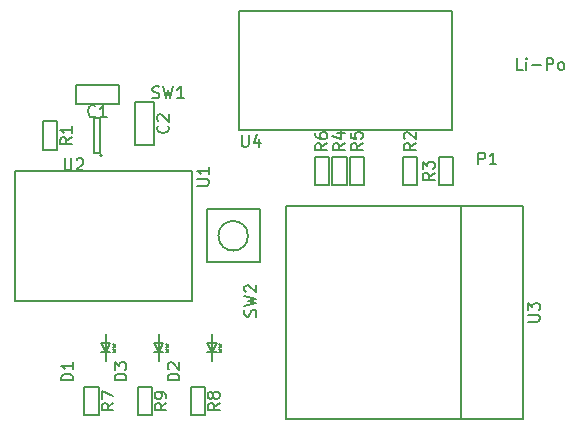
<source format=gto>
G04 #@! TF.FileFunction,Legend,Top*
%FSLAX46Y46*%
G04 Gerber Fmt 4.6, Leading zero omitted, Abs format (unit mm)*
G04 Created by KiCad (PCBNEW (2015-10-11 BZR 6260)-product) date 2015年11月29日日曜日 02:22:40*
%MOMM*%
G01*
G04 APERTURE LIST*
%ADD10C,0.100000*%
%ADD11C,0.150000*%
G04 APERTURE END LIST*
D10*
D11*
X127200000Y-92700000D02*
X127200000Y-94300000D01*
X127200000Y-94300000D02*
X130800000Y-94300000D01*
X130800000Y-94300000D02*
X130800000Y-92700000D01*
X130800000Y-92700000D02*
X127200000Y-92700000D01*
X133800000Y-94200000D02*
X132200000Y-94200000D01*
X132200000Y-94200000D02*
X132200000Y-97800000D01*
X132200000Y-97800000D02*
X133800000Y-97800000D01*
X133800000Y-97800000D02*
X133800000Y-94200000D01*
X156100000Y-98800000D02*
X154900000Y-98800000D01*
X154900000Y-98800000D02*
X154900000Y-101200000D01*
X154900000Y-101200000D02*
X156100000Y-101200000D01*
X156100000Y-101200000D02*
X156100000Y-98800000D01*
X157900000Y-101200000D02*
X159100000Y-101200000D01*
X159100000Y-101200000D02*
X159100000Y-98800000D01*
X159100000Y-98800000D02*
X157900000Y-98800000D01*
X157900000Y-98800000D02*
X157900000Y-101200000D01*
X150100000Y-98800000D02*
X148900000Y-98800000D01*
X148900000Y-98800000D02*
X148900000Y-101200000D01*
X148900000Y-101200000D02*
X150100000Y-101200000D01*
X150100000Y-101200000D02*
X150100000Y-98800000D01*
X150400000Y-101200000D02*
X151600000Y-101200000D01*
X151600000Y-101200000D02*
X151600000Y-98800000D01*
X151600000Y-98800000D02*
X150400000Y-98800000D01*
X150400000Y-98800000D02*
X150400000Y-101200000D01*
X148600000Y-98800000D02*
X147400000Y-98800000D01*
X147400000Y-98800000D02*
X147400000Y-101200000D01*
X147400000Y-101200000D02*
X148600000Y-101200000D01*
X148600000Y-101200000D02*
X148600000Y-98800000D01*
X129100000Y-118300000D02*
X127900000Y-118300000D01*
X127900000Y-118300000D02*
X127900000Y-120700000D01*
X127900000Y-120700000D02*
X129100000Y-120700000D01*
X129100000Y-120700000D02*
X129100000Y-118300000D01*
X138100000Y-118300000D02*
X136900000Y-118300000D01*
X136900000Y-118300000D02*
X136900000Y-120700000D01*
X136900000Y-120700000D02*
X138100000Y-120700000D01*
X138100000Y-120700000D02*
X138100000Y-118300000D01*
X133600000Y-118300000D02*
X132400000Y-118300000D01*
X132400000Y-118300000D02*
X132400000Y-120700000D01*
X132400000Y-120700000D02*
X133600000Y-120700000D01*
X133600000Y-120700000D02*
X133600000Y-118300000D01*
X122000000Y-100000000D02*
X137000000Y-100000000D01*
X122000000Y-111000000D02*
X137000000Y-111000000D01*
X137000000Y-111000000D02*
X137000000Y-100000000D01*
X122000000Y-100000000D02*
X122000000Y-111000000D01*
X129400000Y-98700000D02*
G75*
G03X129400000Y-98700000I-100000J0D01*
G01*
X128750000Y-98450000D02*
X129250000Y-98450000D01*
X128750000Y-95550000D02*
X128750000Y-98450000D01*
X129250000Y-95550000D02*
X128750000Y-95550000D01*
X129250000Y-98450000D02*
X129250000Y-95550000D01*
X159800000Y-103000000D02*
X159800000Y-121000000D01*
X145000000Y-103000000D02*
X145000000Y-121000000D01*
X145000000Y-121000000D02*
X165000000Y-121000000D01*
X165000000Y-121000000D02*
X165000000Y-103000000D01*
X165000000Y-103000000D02*
X145000000Y-103000000D01*
X141000000Y-86500000D02*
X141000000Y-96500000D01*
X141000000Y-96500000D02*
X159000000Y-96500000D01*
X159000000Y-96500000D02*
X159000000Y-86500000D01*
X159000000Y-86500000D02*
X141000000Y-86500000D01*
X125600000Y-95800000D02*
X124400000Y-95800000D01*
X124400000Y-95800000D02*
X124400000Y-98200000D01*
X124400000Y-98200000D02*
X125600000Y-98200000D01*
X125600000Y-98200000D02*
X125600000Y-95800000D01*
X134800000Y-114900000D02*
X135000000Y-114900000D01*
X135000000Y-114900000D02*
X134800000Y-114700000D01*
X135000000Y-114700000D02*
X135000000Y-114900000D01*
X134800000Y-115300000D02*
X135000000Y-115300000D01*
X135000000Y-115300000D02*
X134800000Y-115100000D01*
X135000000Y-115100000D02*
X135000000Y-115300000D01*
X134600000Y-114600000D02*
X134200000Y-115300000D01*
X133800000Y-115300000D02*
X134600000Y-115300000D01*
X134200000Y-115300000D02*
X133800000Y-114600000D01*
X133800000Y-114600000D02*
X134600000Y-114600000D01*
X134200000Y-116100000D02*
X134200000Y-113800000D01*
X139300000Y-114900000D02*
X139500000Y-114900000D01*
X139500000Y-114900000D02*
X139300000Y-114700000D01*
X139500000Y-114700000D02*
X139500000Y-114900000D01*
X139300000Y-115300000D02*
X139500000Y-115300000D01*
X139500000Y-115300000D02*
X139300000Y-115100000D01*
X139500000Y-115100000D02*
X139500000Y-115300000D01*
X139100000Y-114600000D02*
X138700000Y-115300000D01*
X138300000Y-115300000D02*
X139100000Y-115300000D01*
X138700000Y-115300000D02*
X138300000Y-114600000D01*
X138300000Y-114600000D02*
X139100000Y-114600000D01*
X138700000Y-116100000D02*
X138700000Y-113800000D01*
X130300000Y-114900000D02*
X130500000Y-114900000D01*
X130500000Y-114900000D02*
X130300000Y-114700000D01*
X130500000Y-114700000D02*
X130500000Y-114900000D01*
X130300000Y-115300000D02*
X130500000Y-115300000D01*
X130500000Y-115300000D02*
X130300000Y-115100000D01*
X130500000Y-115100000D02*
X130500000Y-115300000D01*
X130100000Y-114600000D02*
X129700000Y-115300000D01*
X129300000Y-115300000D02*
X130100000Y-115300000D01*
X129700000Y-115300000D02*
X129300000Y-114600000D01*
X129300000Y-114600000D02*
X130100000Y-114600000D01*
X129700000Y-116100000D02*
X129700000Y-113800000D01*
X142750000Y-103250000D02*
X138250000Y-103250000D01*
X138250000Y-103250000D02*
X138250000Y-107750000D01*
X138250000Y-107750000D02*
X142750000Y-107750000D01*
X142750000Y-107750000D02*
X142750000Y-103250000D01*
X141750000Y-105500000D02*
G75*
G03X141750000Y-105500000I-1250000J0D01*
G01*
X128833334Y-95357143D02*
X128785715Y-95404762D01*
X128642858Y-95452381D01*
X128547620Y-95452381D01*
X128404762Y-95404762D01*
X128309524Y-95309524D01*
X128261905Y-95214286D01*
X128214286Y-95023810D01*
X128214286Y-94880952D01*
X128261905Y-94690476D01*
X128309524Y-94595238D01*
X128404762Y-94500000D01*
X128547620Y-94452381D01*
X128642858Y-94452381D01*
X128785715Y-94500000D01*
X128833334Y-94547619D01*
X129785715Y-95452381D02*
X129214286Y-95452381D01*
X129500000Y-95452381D02*
X129500000Y-94452381D01*
X129404762Y-94595238D01*
X129309524Y-94690476D01*
X129214286Y-94738095D01*
X134957143Y-96166666D02*
X135004762Y-96214285D01*
X135052381Y-96357142D01*
X135052381Y-96452380D01*
X135004762Y-96595238D01*
X134909524Y-96690476D01*
X134814286Y-96738095D01*
X134623810Y-96785714D01*
X134480952Y-96785714D01*
X134290476Y-96738095D01*
X134195238Y-96690476D01*
X134100000Y-96595238D01*
X134052381Y-96452380D01*
X134052381Y-96357142D01*
X134100000Y-96214285D01*
X134147619Y-96166666D01*
X134147619Y-95785714D02*
X134100000Y-95738095D01*
X134052381Y-95642857D01*
X134052381Y-95404761D01*
X134100000Y-95309523D01*
X134147619Y-95261904D01*
X134242857Y-95214285D01*
X134338095Y-95214285D01*
X134480952Y-95261904D01*
X135052381Y-95833333D01*
X135052381Y-95214285D01*
X155952381Y-97666666D02*
X155476190Y-98000000D01*
X155952381Y-98238095D02*
X154952381Y-98238095D01*
X154952381Y-97857142D01*
X155000000Y-97761904D01*
X155047619Y-97714285D01*
X155142857Y-97666666D01*
X155285714Y-97666666D01*
X155380952Y-97714285D01*
X155428571Y-97761904D01*
X155476190Y-97857142D01*
X155476190Y-98238095D01*
X155047619Y-97285714D02*
X155000000Y-97238095D01*
X154952381Y-97142857D01*
X154952381Y-96904761D01*
X155000000Y-96809523D01*
X155047619Y-96761904D01*
X155142857Y-96714285D01*
X155238095Y-96714285D01*
X155380952Y-96761904D01*
X155952381Y-97333333D01*
X155952381Y-96714285D01*
X157552381Y-100166666D02*
X157076190Y-100500000D01*
X157552381Y-100738095D02*
X156552381Y-100738095D01*
X156552381Y-100357142D01*
X156600000Y-100261904D01*
X156647619Y-100214285D01*
X156742857Y-100166666D01*
X156885714Y-100166666D01*
X156980952Y-100214285D01*
X157028571Y-100261904D01*
X157076190Y-100357142D01*
X157076190Y-100738095D01*
X156552381Y-99833333D02*
X156552381Y-99214285D01*
X156933333Y-99547619D01*
X156933333Y-99404761D01*
X156980952Y-99309523D01*
X157028571Y-99261904D01*
X157123810Y-99214285D01*
X157361905Y-99214285D01*
X157457143Y-99261904D01*
X157504762Y-99309523D01*
X157552381Y-99404761D01*
X157552381Y-99690476D01*
X157504762Y-99785714D01*
X157457143Y-99833333D01*
X149952381Y-97666666D02*
X149476190Y-98000000D01*
X149952381Y-98238095D02*
X148952381Y-98238095D01*
X148952381Y-97857142D01*
X149000000Y-97761904D01*
X149047619Y-97714285D01*
X149142857Y-97666666D01*
X149285714Y-97666666D01*
X149380952Y-97714285D01*
X149428571Y-97761904D01*
X149476190Y-97857142D01*
X149476190Y-98238095D01*
X149285714Y-96809523D02*
X149952381Y-96809523D01*
X148904762Y-97047619D02*
X149619048Y-97285714D01*
X149619048Y-96666666D01*
X151452381Y-97666666D02*
X150976190Y-98000000D01*
X151452381Y-98238095D02*
X150452381Y-98238095D01*
X150452381Y-97857142D01*
X150500000Y-97761904D01*
X150547619Y-97714285D01*
X150642857Y-97666666D01*
X150785714Y-97666666D01*
X150880952Y-97714285D01*
X150928571Y-97761904D01*
X150976190Y-97857142D01*
X150976190Y-98238095D01*
X150452381Y-96761904D02*
X150452381Y-97238095D01*
X150928571Y-97285714D01*
X150880952Y-97238095D01*
X150833333Y-97142857D01*
X150833333Y-96904761D01*
X150880952Y-96809523D01*
X150928571Y-96761904D01*
X151023810Y-96714285D01*
X151261905Y-96714285D01*
X151357143Y-96761904D01*
X151404762Y-96809523D01*
X151452381Y-96904761D01*
X151452381Y-97142857D01*
X151404762Y-97238095D01*
X151357143Y-97285714D01*
X148452381Y-97666666D02*
X147976190Y-98000000D01*
X148452381Y-98238095D02*
X147452381Y-98238095D01*
X147452381Y-97857142D01*
X147500000Y-97761904D01*
X147547619Y-97714285D01*
X147642857Y-97666666D01*
X147785714Y-97666666D01*
X147880952Y-97714285D01*
X147928571Y-97761904D01*
X147976190Y-97857142D01*
X147976190Y-98238095D01*
X147452381Y-96809523D02*
X147452381Y-97000000D01*
X147500000Y-97095238D01*
X147547619Y-97142857D01*
X147690476Y-97238095D01*
X147880952Y-97285714D01*
X148261905Y-97285714D01*
X148357143Y-97238095D01*
X148404762Y-97190476D01*
X148452381Y-97095238D01*
X148452381Y-96904761D01*
X148404762Y-96809523D01*
X148357143Y-96761904D01*
X148261905Y-96714285D01*
X148023810Y-96714285D01*
X147928571Y-96761904D01*
X147880952Y-96809523D01*
X147833333Y-96904761D01*
X147833333Y-97095238D01*
X147880952Y-97190476D01*
X147928571Y-97238095D01*
X148023810Y-97285714D01*
X130352381Y-119666666D02*
X129876190Y-120000000D01*
X130352381Y-120238095D02*
X129352381Y-120238095D01*
X129352381Y-119857142D01*
X129400000Y-119761904D01*
X129447619Y-119714285D01*
X129542857Y-119666666D01*
X129685714Y-119666666D01*
X129780952Y-119714285D01*
X129828571Y-119761904D01*
X129876190Y-119857142D01*
X129876190Y-120238095D01*
X129352381Y-119333333D02*
X129352381Y-118666666D01*
X130352381Y-119095238D01*
X139352381Y-119666666D02*
X138876190Y-120000000D01*
X139352381Y-120238095D02*
X138352381Y-120238095D01*
X138352381Y-119857142D01*
X138400000Y-119761904D01*
X138447619Y-119714285D01*
X138542857Y-119666666D01*
X138685714Y-119666666D01*
X138780952Y-119714285D01*
X138828571Y-119761904D01*
X138876190Y-119857142D01*
X138876190Y-120238095D01*
X138780952Y-119095238D02*
X138733333Y-119190476D01*
X138685714Y-119238095D01*
X138590476Y-119285714D01*
X138542857Y-119285714D01*
X138447619Y-119238095D01*
X138400000Y-119190476D01*
X138352381Y-119095238D01*
X138352381Y-118904761D01*
X138400000Y-118809523D01*
X138447619Y-118761904D01*
X138542857Y-118714285D01*
X138590476Y-118714285D01*
X138685714Y-118761904D01*
X138733333Y-118809523D01*
X138780952Y-118904761D01*
X138780952Y-119095238D01*
X138828571Y-119190476D01*
X138876190Y-119238095D01*
X138971429Y-119285714D01*
X139161905Y-119285714D01*
X139257143Y-119238095D01*
X139304762Y-119190476D01*
X139352381Y-119095238D01*
X139352381Y-118904761D01*
X139304762Y-118809523D01*
X139257143Y-118761904D01*
X139161905Y-118714285D01*
X138971429Y-118714285D01*
X138876190Y-118761904D01*
X138828571Y-118809523D01*
X138780952Y-118904761D01*
X134852381Y-119666666D02*
X134376190Y-120000000D01*
X134852381Y-120238095D02*
X133852381Y-120238095D01*
X133852381Y-119857142D01*
X133900000Y-119761904D01*
X133947619Y-119714285D01*
X134042857Y-119666666D01*
X134185714Y-119666666D01*
X134280952Y-119714285D01*
X134328571Y-119761904D01*
X134376190Y-119857142D01*
X134376190Y-120238095D01*
X134852381Y-119190476D02*
X134852381Y-119000000D01*
X134804762Y-118904761D01*
X134757143Y-118857142D01*
X134614286Y-118761904D01*
X134423810Y-118714285D01*
X134042857Y-118714285D01*
X133947619Y-118761904D01*
X133900000Y-118809523D01*
X133852381Y-118904761D01*
X133852381Y-119095238D01*
X133900000Y-119190476D01*
X133947619Y-119238095D01*
X134042857Y-119285714D01*
X134280952Y-119285714D01*
X134376190Y-119238095D01*
X134423810Y-119190476D01*
X134471429Y-119095238D01*
X134471429Y-118904761D01*
X134423810Y-118809523D01*
X134376190Y-118761904D01*
X134280952Y-118714285D01*
X133666667Y-93809762D02*
X133809524Y-93857381D01*
X134047620Y-93857381D01*
X134142858Y-93809762D01*
X134190477Y-93762143D01*
X134238096Y-93666905D01*
X134238096Y-93571667D01*
X134190477Y-93476429D01*
X134142858Y-93428810D01*
X134047620Y-93381190D01*
X133857143Y-93333571D01*
X133761905Y-93285952D01*
X133714286Y-93238333D01*
X133666667Y-93143095D01*
X133666667Y-93047857D01*
X133714286Y-92952619D01*
X133761905Y-92905000D01*
X133857143Y-92857381D01*
X134095239Y-92857381D01*
X134238096Y-92905000D01*
X134571429Y-92857381D02*
X134809524Y-93857381D01*
X135000001Y-93143095D01*
X135190477Y-93857381D01*
X135428572Y-92857381D01*
X136333334Y-93857381D02*
X135761905Y-93857381D01*
X136047619Y-93857381D02*
X136047619Y-92857381D01*
X135952381Y-93000238D01*
X135857143Y-93095476D01*
X135761905Y-93143095D01*
X137452381Y-101261905D02*
X138261905Y-101261905D01*
X138357143Y-101214286D01*
X138404762Y-101166667D01*
X138452381Y-101071429D01*
X138452381Y-100880952D01*
X138404762Y-100785714D01*
X138357143Y-100738095D01*
X138261905Y-100690476D01*
X137452381Y-100690476D01*
X138452381Y-99690476D02*
X138452381Y-100261905D01*
X138452381Y-99976191D02*
X137452381Y-99976191D01*
X137595238Y-100071429D01*
X137690476Y-100166667D01*
X137738095Y-100261905D01*
X126238095Y-98952381D02*
X126238095Y-99761905D01*
X126285714Y-99857143D01*
X126333333Y-99904762D01*
X126428571Y-99952381D01*
X126619048Y-99952381D01*
X126714286Y-99904762D01*
X126761905Y-99857143D01*
X126809524Y-99761905D01*
X126809524Y-98952381D01*
X127238095Y-99047619D02*
X127285714Y-99000000D01*
X127380952Y-98952381D01*
X127619048Y-98952381D01*
X127714286Y-99000000D01*
X127761905Y-99047619D01*
X127809524Y-99142857D01*
X127809524Y-99238095D01*
X127761905Y-99380952D01*
X127190476Y-99952381D01*
X127809524Y-99952381D01*
X165452381Y-112761905D02*
X166261905Y-112761905D01*
X166357143Y-112714286D01*
X166404762Y-112666667D01*
X166452381Y-112571429D01*
X166452381Y-112380952D01*
X166404762Y-112285714D01*
X166357143Y-112238095D01*
X166261905Y-112190476D01*
X165452381Y-112190476D01*
X165452381Y-111809524D02*
X165452381Y-111190476D01*
X165833333Y-111523810D01*
X165833333Y-111380952D01*
X165880952Y-111285714D01*
X165928571Y-111238095D01*
X166023810Y-111190476D01*
X166261905Y-111190476D01*
X166357143Y-111238095D01*
X166404762Y-111285714D01*
X166452381Y-111380952D01*
X166452381Y-111666667D01*
X166404762Y-111761905D01*
X166357143Y-111809524D01*
X141238095Y-96952381D02*
X141238095Y-97761905D01*
X141285714Y-97857143D01*
X141333333Y-97904762D01*
X141428571Y-97952381D01*
X141619048Y-97952381D01*
X141714286Y-97904762D01*
X141761905Y-97857143D01*
X141809524Y-97761905D01*
X141809524Y-96952381D01*
X142714286Y-97285714D02*
X142714286Y-97952381D01*
X142476190Y-96904762D02*
X142238095Y-97619048D01*
X142857143Y-97619048D01*
X126852381Y-97166666D02*
X126376190Y-97500000D01*
X126852381Y-97738095D02*
X125852381Y-97738095D01*
X125852381Y-97357142D01*
X125900000Y-97261904D01*
X125947619Y-97214285D01*
X126042857Y-97166666D01*
X126185714Y-97166666D01*
X126280952Y-97214285D01*
X126328571Y-97261904D01*
X126376190Y-97357142D01*
X126376190Y-97738095D01*
X126852381Y-96214285D02*
X126852381Y-96785714D01*
X126852381Y-96500000D02*
X125852381Y-96500000D01*
X125995238Y-96595238D01*
X126090476Y-96690476D01*
X126138095Y-96785714D01*
X131452381Y-117738095D02*
X130452381Y-117738095D01*
X130452381Y-117500000D01*
X130500000Y-117357142D01*
X130595238Y-117261904D01*
X130690476Y-117214285D01*
X130880952Y-117166666D01*
X131023810Y-117166666D01*
X131214286Y-117214285D01*
X131309524Y-117261904D01*
X131404762Y-117357142D01*
X131452381Y-117500000D01*
X131452381Y-117738095D01*
X130452381Y-116833333D02*
X130452381Y-116214285D01*
X130833333Y-116547619D01*
X130833333Y-116404761D01*
X130880952Y-116309523D01*
X130928571Y-116261904D01*
X131023810Y-116214285D01*
X131261905Y-116214285D01*
X131357143Y-116261904D01*
X131404762Y-116309523D01*
X131452381Y-116404761D01*
X131452381Y-116690476D01*
X131404762Y-116785714D01*
X131357143Y-116833333D01*
X135952381Y-117738095D02*
X134952381Y-117738095D01*
X134952381Y-117500000D01*
X135000000Y-117357142D01*
X135095238Y-117261904D01*
X135190476Y-117214285D01*
X135380952Y-117166666D01*
X135523810Y-117166666D01*
X135714286Y-117214285D01*
X135809524Y-117261904D01*
X135904762Y-117357142D01*
X135952381Y-117500000D01*
X135952381Y-117738095D01*
X135047619Y-116785714D02*
X135000000Y-116738095D01*
X134952381Y-116642857D01*
X134952381Y-116404761D01*
X135000000Y-116309523D01*
X135047619Y-116261904D01*
X135142857Y-116214285D01*
X135238095Y-116214285D01*
X135380952Y-116261904D01*
X135952381Y-116833333D01*
X135952381Y-116214285D01*
X126952381Y-117738095D02*
X125952381Y-117738095D01*
X125952381Y-117500000D01*
X126000000Y-117357142D01*
X126095238Y-117261904D01*
X126190476Y-117214285D01*
X126380952Y-117166666D01*
X126523810Y-117166666D01*
X126714286Y-117214285D01*
X126809524Y-117261904D01*
X126904762Y-117357142D01*
X126952381Y-117500000D01*
X126952381Y-117738095D01*
X126952381Y-116214285D02*
X126952381Y-116785714D01*
X126952381Y-116500000D02*
X125952381Y-116500000D01*
X126095238Y-116595238D01*
X126190476Y-116690476D01*
X126238095Y-116785714D01*
X142404762Y-112333333D02*
X142452381Y-112190476D01*
X142452381Y-111952380D01*
X142404762Y-111857142D01*
X142357143Y-111809523D01*
X142261905Y-111761904D01*
X142166667Y-111761904D01*
X142071429Y-111809523D01*
X142023810Y-111857142D01*
X141976190Y-111952380D01*
X141928571Y-112142857D01*
X141880952Y-112238095D01*
X141833333Y-112285714D01*
X141738095Y-112333333D01*
X141642857Y-112333333D01*
X141547619Y-112285714D01*
X141500000Y-112238095D01*
X141452381Y-112142857D01*
X141452381Y-111904761D01*
X141500000Y-111761904D01*
X141452381Y-111428571D02*
X142452381Y-111190476D01*
X141738095Y-110999999D01*
X142452381Y-110809523D01*
X141452381Y-110571428D01*
X141547619Y-110238095D02*
X141500000Y-110190476D01*
X141452381Y-110095238D01*
X141452381Y-109857142D01*
X141500000Y-109761904D01*
X141547619Y-109714285D01*
X141642857Y-109666666D01*
X141738095Y-109666666D01*
X141880952Y-109714285D01*
X142452381Y-110285714D01*
X142452381Y-109666666D01*
X161261905Y-99452381D02*
X161261905Y-98452381D01*
X161642858Y-98452381D01*
X161738096Y-98500000D01*
X161785715Y-98547619D01*
X161833334Y-98642857D01*
X161833334Y-98785714D01*
X161785715Y-98880952D01*
X161738096Y-98928571D01*
X161642858Y-98976190D01*
X161261905Y-98976190D01*
X162785715Y-99452381D02*
X162214286Y-99452381D01*
X162500000Y-99452381D02*
X162500000Y-98452381D01*
X162404762Y-98595238D01*
X162309524Y-98690476D01*
X162214286Y-98738095D01*
X165000001Y-91452381D02*
X164523810Y-91452381D01*
X164523810Y-90452381D01*
X165333334Y-91452381D02*
X165333334Y-90785714D01*
X165333334Y-90452381D02*
X165285715Y-90500000D01*
X165333334Y-90547619D01*
X165380953Y-90500000D01*
X165333334Y-90452381D01*
X165333334Y-90547619D01*
X165809524Y-91071429D02*
X166571429Y-91071429D01*
X167047619Y-91452381D02*
X167047619Y-90452381D01*
X167428572Y-90452381D01*
X167523810Y-90500000D01*
X167571429Y-90547619D01*
X167619048Y-90642857D01*
X167619048Y-90785714D01*
X167571429Y-90880952D01*
X167523810Y-90928571D01*
X167428572Y-90976190D01*
X167047619Y-90976190D01*
X168190476Y-91452381D02*
X168095238Y-91404762D01*
X168047619Y-91357143D01*
X168000000Y-91261905D01*
X168000000Y-90976190D01*
X168047619Y-90880952D01*
X168095238Y-90833333D01*
X168190476Y-90785714D01*
X168333334Y-90785714D01*
X168428572Y-90833333D01*
X168476191Y-90880952D01*
X168523810Y-90976190D01*
X168523810Y-91261905D01*
X168476191Y-91357143D01*
X168428572Y-91404762D01*
X168333334Y-91452381D01*
X168190476Y-91452381D01*
M02*

</source>
